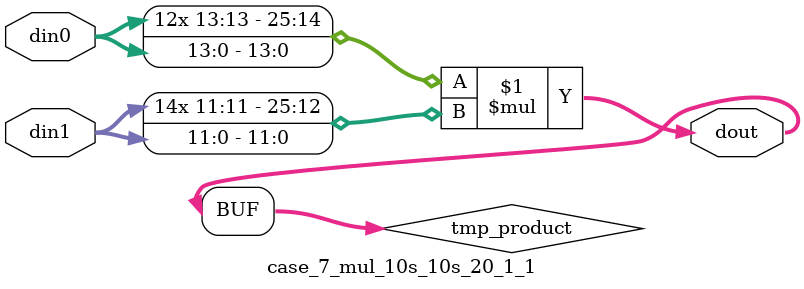
<source format=v>

`timescale 1 ns / 1 ps

 (* use_dsp = "no" *)  module case_7_mul_10s_10s_20_1_1(din0, din1, dout);
parameter ID = 1;
parameter NUM_STAGE = 0;
parameter din0_WIDTH = 14;
parameter din1_WIDTH = 12;
parameter dout_WIDTH = 26;

input [din0_WIDTH - 1 : 0] din0; 
input [din1_WIDTH - 1 : 0] din1; 
output [dout_WIDTH - 1 : 0] dout;

wire signed [dout_WIDTH - 1 : 0] tmp_product;



























assign tmp_product = $signed(din0) * $signed(din1);








assign dout = tmp_product;





















endmodule

</source>
